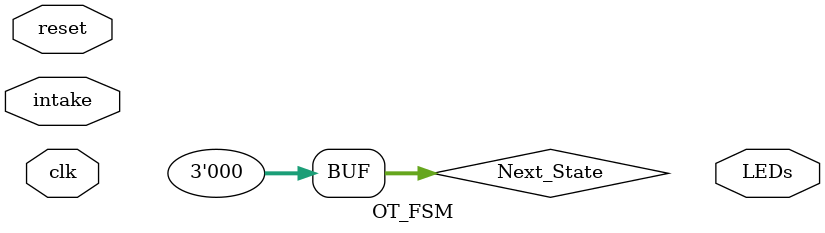
<source format=v>
`timescale 1ns / 1ps


module OT_FSM(
    
    input clk,
    input reset,
    input [2:0] intake,
    //might need to be a register to accomodate multiple portions
    output LEDs
);
    
    reg[2:0] Current_State;
    reg[2:0] Next_State;
    
    //FSM declaration, initial state is standard_game
    // will need to figure out how to connect the standard game with the rest of the stuff
    localparam Standard_Game = 3'b000,
        // when game goes into overtime mode
        //or when neither player has advantage, "neutral"
        Overtime = 3'b001,
        // when player 1 has advantage
        p1_adv = 3'b010,
        // when Player 2 has advantage
        p2_adv = 3'b011,
        // player 1 wins
        p1_win = 3'b100,
        // player 2 wins
        p2_win = 3'b101;
    
    //Syntax weirdness FIX !!!!!!!!!!!!!!!!!!!!!!!!!!!!!!!!!!!!!!!!!!!!!!!!!!!!!!!!!!!!!!!!!!!!!!!!!!!!
    //assign Current_State <= 3'b000;
    assign Next_State = 3'b000;
    
    always@ (posedge clk) begin
        
        if(reset)
            Current_State <= Standard_Game;
        else
            Current_State <= Next_State;
        
           
    end
   
    //
    always@ (*) begin
    
        Next_State = Current_State;
        
        case (Current_State)
            Standard_Game : begin
                //score is not tied at 12-12, game continues
                if(intake == 3'b000) Next_State = Standard_Game;
                
                //score tied at 12-12, overtime starts
                if (intake == 3'b001) Next_State = Overtime;
                
                // player 1 scored 13 points and player 2 not at 12 points
                if (intake == 3'b100) Next_State = p1_win;
                
                //player 2 scored 13 points and player 1 not at 12 points
                if (intake == 3'b101) Next_State = p2_win;
            end
            
            Overtime : begin
                // player 1 scores
                if (intake == 3'b010) Next_State = p1_adv;
                
                //player 2 scores
                if (intake == 3'b011) Next_State = p2_adv;
            end
            
            //when Player 1 has advantage
            p1_adv : begin
                //might need changing on the checked for value of intake, as depending on how we communicate
                // the score, it may need to be checking for 011
                //player 2 scores setting game back to neutral
                if (intake == 3'b001) Next_State = Overtime;
                
                //player 1 scores, winning
                if (intake == 3'b010) Next_State = p1_win;
           end     
          
           p2_adv : begin
              //might need changing on the checked for value of intake, as depending on how we communicate
              // the score, it may need to be checking for 010, currently looking for overtime signal
              //player 1 scores setting game back to neutral
              if (intake == 3'b001) Next_State = Overtime;
              
              //player 2 scores, winning
              if (intake == 3'b011) Next_State = p2_win;
         end
         
         p1_win : begin
            //send stuff to the corresponding modules to be converted into feedback
            //such as with LEDs and the like
         end
            
        p2_win : begin
            //send stuff to the corresponding modules to be converted into feedback
            //such as with LEDs and the like
         end
      endcase
    end
    
    
endmodule

</source>
